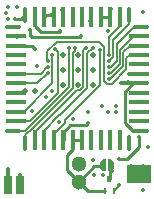
<source format=gbl>
%FSLAX25Y25*%
%MOIN*%
G70*
G01*
G75*
G04 Layer_Physical_Order=4*
G04 Layer_Color=16711680*
%ADD10C,0.00800*%
%ADD11R,0.01969X0.01969*%
%ADD12R,0.01969X0.01969*%
%ADD13R,0.02756X0.05118*%
%ADD14R,0.09370X0.06496*%
%ADD15R,0.00984X0.02756*%
%ADD16R,0.01929X0.01181*%
%ADD17R,0.02047X0.01181*%
%ADD18R,0.06299X0.03543*%
%ADD19R,0.01102X0.01969*%
%ADD20R,0.12205X0.12205*%
%ADD21R,0.00984X0.02362*%
%ADD22R,0.02362X0.00984*%
%ADD23R,0.10709X0.05079*%
%ADD24R,0.05787X0.04449*%
%ADD25R,0.03000X0.03000*%
%ADD26R,0.04449X0.05787*%
%ADD27R,0.03000X0.03000*%
%ADD28R,0.04331X0.03543*%
%ADD29C,0.02000*%
%ADD30C,0.00600*%
%ADD31C,0.01200*%
%ADD32C,0.01000*%
%ADD33C,0.00500*%
%ADD34C,0.05118*%
%ADD35C,0.01400*%
%ADD36C,0.01969*%
%ADD37R,0.01063X0.02047*%
%ADD38R,0.01417X0.02047*%
%ADD39R,0.02953X0.05906*%
%ADD40O,0.01575X0.05299*%
%ADD41O,0.01575X0.06874*%
%ADD42O,0.05299X0.01575*%
%ADD43O,0.06874X0.01575*%
%ADD44O,0.10024X0.01575*%
%ADD45R,0.08000X0.06300*%
G36*
X35000Y8800D02*
X34000D01*
X33000Y9800D01*
Y11800D01*
X34000Y12800D01*
X35000D01*
Y8800D01*
D02*
G37*
G36*
X37700Y11800D02*
Y9800D01*
X36700Y8800D01*
X35700D01*
Y12800D01*
X36700D01*
X37700Y11800D01*
D02*
G37*
D30*
X37775Y2171D02*
X39300Y3696D01*
Y3900D01*
X43024Y50524D02*
X46063D01*
X44318Y53673D02*
X46063D01*
X44318Y56823D02*
X46850D01*
X30600Y49723D02*
Y49800D01*
X28837Y47960D02*
X30600Y49723D01*
X24700Y48745D02*
Y49700D01*
X23916Y47960D02*
X24700Y48745D01*
X4937Y37925D02*
X12225D01*
X15600Y41300D01*
X4937Y41075D02*
X13253D01*
X35900Y43300D02*
X36577D01*
X35900Y41300D02*
X36600D01*
X35900Y39300D02*
X36400D01*
X35900Y45200D02*
X36021D01*
X11327Y18937D02*
Y21627D01*
X23916Y36316D02*
Y47960D01*
X10669Y23174D02*
X10774D01*
X23916Y36316D01*
X8177Y20682D02*
X10669Y23174D01*
X8177Y18150D02*
Y20682D01*
X4150Y22177D02*
X8100D01*
X22700Y36777D01*
Y49700D01*
X18200Y49200D02*
X18900Y48500D01*
Y34600D02*
Y48500D01*
X9627Y25327D02*
X18900Y34600D01*
X4937Y25327D02*
X9627D01*
X17000Y47200D02*
X17100Y47100D01*
X13253Y41075D02*
X15479Y43300D01*
X15600D01*
X38600Y51105D02*
X44318Y56823D01*
X39700Y49055D02*
X44318Y53673D01*
X40800Y48300D02*
X43024Y50524D01*
X36000Y47300D02*
X36100D01*
X36021Y45200D02*
X37500Y46679D01*
X36577Y43300D02*
X38600Y45323D01*
Y51105D01*
X36600Y41300D02*
X39700Y44400D01*
Y49055D01*
X36400Y39300D02*
X40800Y43700D01*
Y48300D01*
X4937Y28476D02*
X7676D01*
X17100Y37900D01*
Y47100D01*
X27500Y48900D02*
X28300Y49700D01*
X19600Y27200D02*
X28837Y36437D01*
X25295Y35594D02*
X26439D01*
X27500Y36655D01*
Y48900D01*
X11327Y21627D02*
X25295Y35594D01*
X28837Y36437D02*
Y47960D01*
X14476Y22198D02*
X19479Y27200D01*
X19600D01*
X14476Y18937D02*
Y22198D01*
X36100Y47300D02*
Y53507D01*
X39673Y57080D01*
Y60063D01*
X37500Y46679D02*
Y52500D01*
X42823Y57823D01*
Y60850D01*
D31*
X6368Y3900D02*
Y7431D01*
X49172Y16700D02*
X49200Y16728D01*
X2431Y3900D02*
Y9331D01*
X2500Y9400D01*
D32*
X29024Y2171D02*
X34625D01*
X26100Y5094D02*
X29024Y2171D01*
X31205Y10200D02*
X33900D01*
X26100Y5094D02*
X31205Y10200D01*
X36271Y9200D02*
Y10029D01*
Y6029D02*
Y9200D01*
X36771Y8700D01*
X37200D01*
X39300Y12800D02*
X42100D01*
X46000Y16700D01*
X22000Y9194D02*
X26100Y5094D01*
X22000Y9194D02*
Y14100D01*
X23925Y16025D01*
Y18937D01*
X27075D01*
X11327Y57173D02*
Y60063D01*
Y57173D02*
X13400Y55100D01*
X19572D01*
X19700Y55228D01*
X20776Y18937D02*
X20900Y19061D01*
X33374Y60063D02*
X36524D01*
X43923Y22177D02*
X46850D01*
X41300Y24800D02*
X43923Y22177D01*
X41300Y24800D02*
Y35190D01*
X44035Y37925D01*
X44488D01*
X28300Y23900D02*
X29100Y24700D01*
X4700Y59400D02*
X6727D01*
X8177Y60850D01*
X4937Y50524D02*
X10326D01*
X11450Y49400D01*
X26528Y53528D02*
X26700Y53700D01*
X10172Y53528D02*
X26528D01*
X10000Y53700D02*
X10172Y53528D01*
X9700Y54000D02*
Y55600D01*
Y54000D02*
X10000Y53700D01*
X46000Y16700D02*
Y19900D01*
X20900Y19061D02*
Y21800D01*
X23000Y23900D01*
X28300D01*
X14476Y60063D02*
X15113Y60700D01*
X16800D01*
X16989D01*
X17626Y60063D01*
D33*
X15550Y45350D02*
X15600Y45300D01*
X15550Y45350D02*
Y48601D01*
X42974Y47374D02*
X46063D01*
X15550Y48601D02*
X18749Y51800D01*
X32700D01*
X34450Y50050D01*
Y38699D02*
X35299Y37850D01*
X36950D01*
X41850Y42750D01*
X34450Y38699D02*
Y50050D01*
X41850Y46250D02*
X42974Y47374D01*
X41850Y42750D02*
Y46250D01*
X33000Y37300D02*
Y49100D01*
X21550Y25850D02*
X33000Y37300D01*
X17626Y18937D02*
Y20926D01*
X21550Y24850D01*
Y25850D01*
D34*
X26100Y5094D02*
D03*
Y11000D02*
D03*
D35*
X6368Y7431D02*
D03*
X39300Y3900D02*
D03*
X37200Y8700D02*
D03*
X33800Y30500D02*
D03*
X30700Y12200D02*
D03*
X39300Y12800D02*
D03*
X34100Y7200D02*
D03*
X30900D02*
D03*
X19500Y25100D02*
D03*
X24100Y25900D02*
D03*
X47400Y2200D02*
D03*
X30600Y49800D02*
D03*
X24700Y49700D02*
D03*
X22700D02*
D03*
X28300D02*
D03*
X15600Y41300D02*
D03*
X35900Y45200D02*
D03*
Y43300D02*
D03*
Y41300D02*
D03*
Y39300D02*
D03*
X17000Y47200D02*
D03*
X18200Y49200D02*
D03*
X26700Y53700D02*
D03*
X19700Y55228D02*
D03*
X30200Y62500D02*
D03*
X20400D02*
D03*
X16800Y60700D02*
D03*
X2300Y63400D02*
D03*
X4700Y59400D02*
D03*
X29100Y24700D02*
D03*
X29200Y28300D02*
D03*
X15600Y43300D02*
D03*
Y45300D02*
D03*
X33000Y49100D02*
D03*
X42400Y38300D02*
D03*
X36000Y47300D02*
D03*
X43500Y44300D02*
D03*
X29800Y58800D02*
D03*
X36600Y62600D02*
D03*
X35700Y55228D02*
D03*
X47246Y61859D02*
D03*
X42800Y20000D02*
D03*
X46000Y19900D02*
D03*
X42700Y41100D02*
D03*
X10000Y53700D02*
D03*
X9700Y55600D02*
D03*
X2300Y59500D02*
D03*
X5400Y53500D02*
D03*
X11450Y49400D02*
D03*
X12084Y43800D02*
D03*
X49200Y16728D02*
D03*
X35869Y28254D02*
D03*
X38400Y30500D02*
D03*
X38500Y28400D02*
D03*
X17100Y35400D02*
D03*
X15100Y33300D02*
D03*
X2200Y56800D02*
D03*
X5400Y63400D02*
D03*
X1700Y61400D02*
D03*
X10300Y28800D02*
D03*
X2500Y9400D02*
D03*
D36*
X43332Y5931D02*
D03*
Y9868D02*
D03*
X47269Y5931D02*
D03*
Y9868D02*
D03*
X11275Y35300D02*
D03*
X8125D02*
D03*
X30621Y37379D02*
D03*
X25700D02*
D03*
X20779D02*
D03*
X30621Y42300D02*
D03*
X25700D02*
D03*
X20779D02*
D03*
X30621Y47221D02*
D03*
X25700D02*
D03*
X20779D02*
D03*
D37*
X37775Y2171D02*
D03*
X34625D02*
D03*
D38*
X36200Y6029D02*
D03*
D39*
X2431Y3900D02*
D03*
X6368D02*
D03*
D40*
X42823Y18150D02*
D03*
X8177D02*
D03*
Y60850D02*
D03*
X42823D02*
D03*
D41*
X39673Y18937D02*
D03*
X36524D02*
D03*
X33374D02*
D03*
X30224D02*
D03*
X27075D02*
D03*
X23925D02*
D03*
X20776D02*
D03*
X17626D02*
D03*
X14476D02*
D03*
X11327D02*
D03*
Y60063D02*
D03*
X14476D02*
D03*
X17626D02*
D03*
X20776D02*
D03*
X23925D02*
D03*
X27075D02*
D03*
X30224D02*
D03*
X33374D02*
D03*
X36524D02*
D03*
X39673D02*
D03*
D42*
X4150Y22177D02*
D03*
Y56823D02*
D03*
X46850D02*
D03*
Y22177D02*
D03*
D43*
X4937Y25327D02*
D03*
Y28476D02*
D03*
Y31626D02*
D03*
Y34776D02*
D03*
Y37925D02*
D03*
Y41075D02*
D03*
Y44224D02*
D03*
Y47374D02*
D03*
Y50524D02*
D03*
Y53673D02*
D03*
X46063D02*
D03*
Y50524D02*
D03*
Y47374D02*
D03*
Y44224D02*
D03*
Y41075D02*
D03*
Y34776D02*
D03*
Y31626D02*
D03*
Y28476D02*
D03*
Y25327D02*
D03*
D44*
X44488Y37925D02*
D03*
D45*
X45900Y7850D02*
D03*
M02*

</source>
